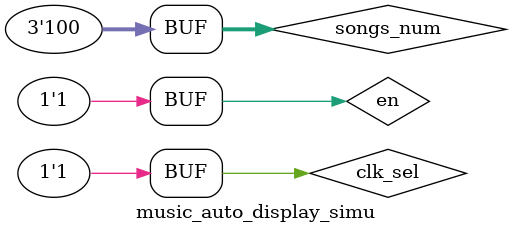
<source format=v>
`timescale 1ns / 1ps
module music_auto_display_simu;
reg clk_sel;//½ÚÅÄÊ±ÖÓ
reg en;//1ÎªÊ¹ÄÜ
reg [2:0] songs_num;//¸èÇúÑ¡Ôñ
wire [4:0] tone;//¼üÖµÊä³ö
music_auto_display u0(
.clk_sel(clk_sel),
.en(en),
.songs_num(songs_num),
.tone(tone)
);
initial
begin
clk_sel<=1'b1;
en<=1'b1;
songs_num<=3'b100;
end
always begin
#10 clk_sel=1'b0;
#10 clk_sel=1'b1;
end
endmodule

</source>
